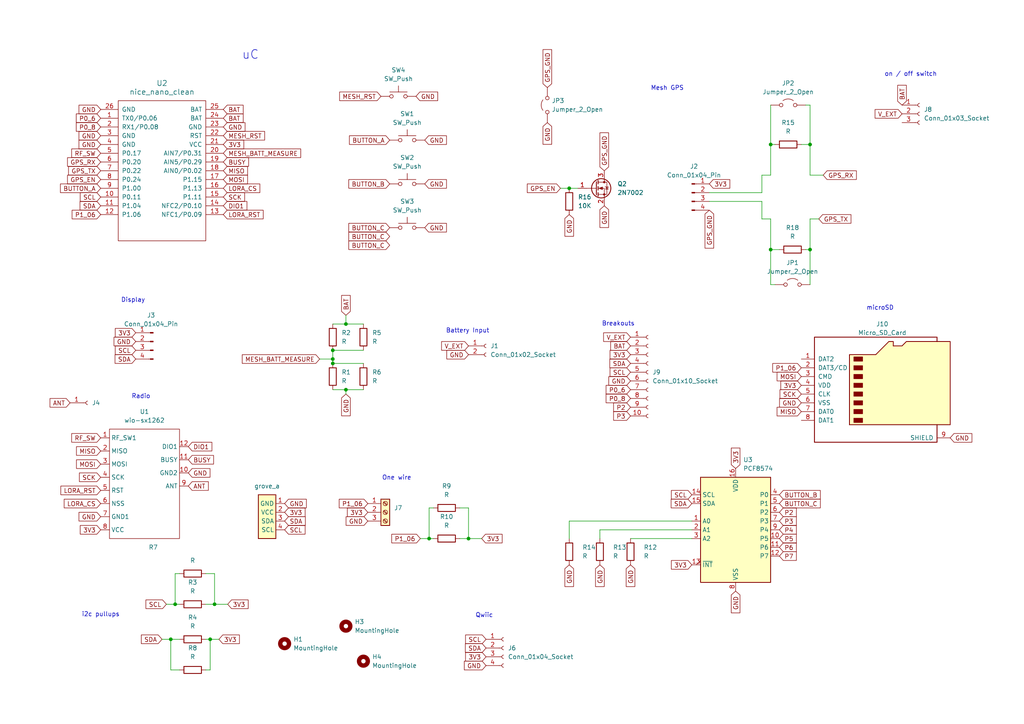
<source format=kicad_sch>
(kicad_sch (version 20231120) (generator "eeschema") (generator_version "8.0")
  (paper "A4")
  (lib_symbols
    (symbol "Connector:Conn_01x01_Socket" (pin_names (offset 1.016) hide)
      (property "Reference" "J" (at 0 2.54 0))
      (property "Value" "Conn_01x01_Socket" (at 0 -2.54 0))
      (symbol "Conn_01x01_Socket_1_1"
        (polyline (pts (xy -1.27 0) (xy -0.508 0)) (stroke (width 0.1524)))
        (arc (start 0 0.508) (mid -0.5058 0) (end 0 -0.508) (stroke (width 0.1524)))
        (pin passive line (at -5.08 0 0) (length 3.81) (name "Pin_1") (number "1"))
      )
    )
    (symbol "Connector:Conn_01x02_Socket" (pin_names (offset 1.016) hide)
      (property "Reference" "J" (at 0 2.54 0))
      (property "Value" "Conn_01x02_Socket" (at 0 -5.08 0))
      (symbol "Conn_01x02_Socket_1_1"
        (arc (start 0 -2.032) (mid -0.5058 -2.54) (end 0 -3.048) (stroke (width 0.1524)))
        (polyline (pts (xy -1.27 -2.54) (xy -0.508 -2.54)) (stroke (width 0.1524)))
        (polyline (pts (xy -1.27 0) (xy -0.508 0)) (stroke (width 0.1524)))
        (arc (start 0 0.508) (mid -0.5058 0) (end 0 -0.508) (stroke (width 0.1524)))
        (pin passive line (at -5.08 0 0) (length 3.81) (name "Pin_1") (number "1"))
        (pin passive line (at -5.08 -2.54 0) (length 3.81) (name "Pin_2") (number "2"))
      )
    )
    (symbol "Connector:Conn_01x03_Socket" (pin_names (offset 1.016) hide)
      (property "Reference" "J" (at 0 5.08 0))
      (property "Value" "Conn_01x03_Socket" (at 0 -5.08 0))
      (symbol "Conn_01x03_Socket_1_1"
        (arc (start 0 -2.032) (mid -0.5058 -2.54) (end 0 -3.048) (stroke (width 0.1524)))
        (polyline (pts (xy -1.27 -2.54) (xy -0.508 -2.54)) (stroke (width 0.1524)))
        (polyline (pts (xy -1.27 0) (xy -0.508 0)) (stroke (width 0.1524)))
        (polyline (pts (xy -1.27 2.54) (xy -0.508 2.54)) (stroke (width 0.1524)))
        (arc (start 0 0.508) (mid -0.5058 0) (end 0 -0.508) (stroke (width 0.1524)))
        (arc (start 0 3.048) (mid -0.5058 2.54) (end 0 2.032) (stroke (width 0.1524)))
        (pin passive line (at -5.08 2.54 0) (length 3.81) (name "Pin_1") (number "1"))
        (pin passive line (at -5.08 0 0) (length 3.81) (name "Pin_2") (number "2"))
        (pin passive line (at -5.08 -2.54 0) (length 3.81) (name "Pin_3") (number "3"))
      )
    )
    (symbol "Connector:Conn_01x04_Pin" (pin_names (offset 1.016) hide)
      (property "Reference" "J" (at 0 5.08 0))
      (property "Value" "Conn_01x04_Pin" (at 0 -7.62 0))
      (symbol "Conn_01x04_Pin_1_1"
        (polyline (pts (xy 1.27 -5.08) (xy 0.8636 -5.08)) (stroke (width 0.1524)))
        (polyline (pts (xy 1.27 -2.54) (xy 0.8636 -2.54)) (stroke (width 0.1524)))
        (polyline (pts (xy 1.27 0) (xy 0.8636 0)) (stroke (width 0.1524)))
        (polyline (pts (xy 1.27 2.54) (xy 0.8636 2.54)) (stroke (width 0.1524)))
        (rectangle (start 0.8636 -4.953) (end 0 -5.207) (stroke (width 0.1524)) (fill (type outline)))
        (rectangle (start 0.8636 -2.413) (end 0 -2.667) (stroke (width 0.1524)) (fill (type outline)))
        (rectangle (start 0.8636 0.127) (end 0 -0.127) (stroke (width 0.1524)) (fill (type outline)))
        (rectangle (start 0.8636 2.667) (end 0 2.413) (stroke (width 0.1524)) (fill (type outline)))
        (pin passive line (at 5.08 2.54 180) (length 3.81) (name "Pin_1") (number "1"))
        (pin passive line (at 5.08 0 180) (length 3.81) (name "Pin_2") (number "2"))
        (pin passive line (at 5.08 -2.54 180) (length 3.81) (name "Pin_3") (number "3"))
        (pin passive line (at 5.08 -5.08 180) (length 3.81) (name "Pin_4") (number "4"))
      )
    )
    (symbol "Connector:Conn_01x04_Socket" (pin_names (offset 1.016) hide)
      (property "Reference" "J" (at 0 5.08 0))
      (property "Value" "Conn_01x04_Socket" (at 0 -7.62 0))
      (symbol "Conn_01x04_Socket_1_1"
        (arc (start 0 -4.572) (mid -0.5058 -5.08) (end 0 -5.588) (stroke (width 0.1524)))
        (arc (start 0 -2.032) (mid -0.5058 -2.54) (end 0 -3.048) (stroke (width 0.1524)))
        (polyline (pts (xy -1.27 -5.08) (xy -0.508 -5.08)) (stroke (width 0.1524)))
        (polyline (pts (xy -1.27 -2.54) (xy -0.508 -2.54)) (stroke (width 0.1524)))
        (polyline (pts (xy -1.27 0) (xy -0.508 0)) (stroke (width 0.1524)))
        (polyline (pts (xy -1.27 2.54) (xy -0.508 2.54)) (stroke (width 0.1524)))
        (arc (start 0 0.508) (mid -0.5058 0) (end 0 -0.508) (stroke (width 0.1524)))
        (arc (start 0 3.048) (mid -0.5058 2.54) (end 0 2.032) (stroke (width 0.1524)))
        (pin passive line (at -5.08 2.54 0) (length 3.81) (name "Pin_1") (number "1"))
        (pin passive line (at -5.08 0 0) (length 3.81) (name "Pin_2") (number "2"))
        (pin passive line (at -5.08 -2.54 0) (length 3.81) (name "Pin_3") (number "3"))
        (pin passive line (at -5.08 -5.08 0) (length 3.81) (name "Pin_4") (number "4"))
      )
    )
    (symbol "Connector:Conn_01x10_Socket" (pin_names (offset 1.016) hide)
      (property "Reference" "J" (at 0 12.7 0))
      (property "Value" "Conn_01x10_Socket" (at 0 -15.24 0))
      (symbol "Conn_01x10_Socket_1_1"
        (arc (start 0 -12.192) (mid -0.5058 -12.7) (end 0 -13.208) (stroke (width 0.1524)))
        (arc (start 0 -9.652) (mid -0.5058 -10.16) (end 0 -10.668) (stroke (width 0.1524)))
        (arc (start 0 -7.112) (mid -0.5058 -7.62) (end 0 -8.128) (stroke (width 0.1524)))
        (arc (start 0 -4.572) (mid -0.5058 -5.08) (end 0 -5.588) (stroke (width 0.1524)))
        (arc (start 0 -2.032) (mid -0.5058 -2.54) (end 0 -3.048) (stroke (width 0.1524)))
        (polyline (pts (xy -1.27 -12.7) (xy -0.508 -12.7)) (stroke (width 0.1524)))
        (polyline (pts (xy -1.27 -10.16) (xy -0.508 -10.16)) (stroke (width 0.1524)))
        (polyline (pts (xy -1.27 -7.62) (xy -0.508 -7.62)) (stroke (width 0.1524)))
        (polyline (pts (xy -1.27 -5.08) (xy -0.508 -5.08)) (stroke (width 0.1524)))
        (polyline (pts (xy -1.27 -2.54) (xy -0.508 -2.54)) (stroke (width 0.1524)))
        (polyline (pts (xy -1.27 0) (xy -0.508 0)) (stroke (width 0.1524)))
        (polyline (pts (xy -1.27 2.54) (xy -0.508 2.54)) (stroke (width 0.1524)))
        (polyline (pts (xy -1.27 5.08) (xy -0.508 5.08)) (stroke (width 0.1524)))
        (polyline (pts (xy -1.27 7.62) (xy -0.508 7.62)) (stroke (width 0.1524)))
        (polyline (pts (xy -1.27 10.16) (xy -0.508 10.16)) (stroke (width 0.1524)))
        (arc (start 0 0.508) (mid -0.5058 0) (end 0 -0.508) (stroke (width 0.1524)))
        (arc (start 0 3.048) (mid -0.5058 2.54) (end 0 2.032) (stroke (width 0.1524)))
        (arc (start 0 5.588) (mid -0.5058 5.08) (end 0 4.572) (stroke (width 0.1524)))
        (arc (start 0 8.128) (mid -0.5058 7.62) (end 0 7.112) (stroke (width 0.1524)))
        (arc (start 0 10.668) (mid -0.5058 10.16) (end 0 9.652) (stroke (width 0.1524)))
        (pin passive line (at -5.08 10.16 0) (length 3.81) (name "Pin_1") (number "1"))
        (pin passive line (at -5.08 -12.7 0) (length 3.81) (name "Pin_10") (number "10"))
        (pin passive line (at -5.08 7.62 0) (length 3.81) (name "Pin_2") (number "2"))
        (pin passive line (at -5.08 5.08 0) (length 3.81) (name "Pin_3") (number "3"))
        (pin passive line (at -5.08 2.54 0) (length 3.81) (name "Pin_4") (number "4"))
        (pin passive line (at -5.08 0 0) (length 3.81) (name "Pin_5") (number "5"))
        (pin passive line (at -5.08 -2.54 0) (length 3.81) (name "Pin_6") (number "6"))
        (pin passive line (at -5.08 -5.08 0) (length 3.81) (name "Pin_7") (number "7"))
        (pin passive line (at -5.08 -7.62 0) (length 3.81) (name "Pin_8") (number "8"))
        (pin passive line (at -5.08 -10.16 0) (length 3.81) (name "Pin_9") (number "9"))
      )
    )
    (symbol "Connector:Micro_SD_Card" (pin_names (offset 1.016))
      (property "Reference" "J" (at -16.51 15.24 0))
      (property "Value" "Micro_SD_Card" (at 16.51 15.24 0))
      (symbol "Micro_SD_Card_0_1"
        (rectangle (start -7.62 -9.525) (end -5.08 -10.795) (fill (type outline)))
        (rectangle (start -7.62 -6.985) (end -5.08 -8.255) (fill (type outline)))
        (rectangle (start -7.62 -4.445) (end -5.08 -5.715) (fill (type outline)))
        (rectangle (start -7.62 -1.905) (end -5.08 -3.175) (fill (type outline)))
        (rectangle (start -7.62 0.635) (end -5.08 -0.635) (fill (type outline)))
        (rectangle (start -7.62 3.175) (end -5.08 1.905) (fill (type outline)))
        (rectangle (start -7.62 5.715) (end -5.08 4.445) (fill (type outline)))
        (rectangle (start -7.62 8.255) (end -5.08 6.985) (fill (type outline)))
        (polyline (pts (xy 16.51 12.7) (xy 16.51 13.97) (xy -19.05 13.97) (xy -19.05 -16.51) (xy 16.51 -16.51) (xy 16.51 -11.43)) (stroke (width 0.254)))
        (polyline (pts (xy -8.89 -11.43) (xy -8.89 8.89) (xy -1.27 8.89) (xy 2.54 12.7) (xy 3.81 12.7) (xy 3.81 11.43) (xy 6.35 11.43) (xy 7.62 12.7) (xy 20.32 12.7) (xy 20.32 -11.43) (xy -8.89 -11.43)) (stroke (width 0.254)) (fill (type background)))
      )
      (symbol "Micro_SD_Card_1_1"
        (pin bidirectional line (at -22.86 7.62 0) (length 3.81) (name "DAT2") (number "1"))
        (pin bidirectional line (at -22.86 5.08 0) (length 3.81) (name "DAT3/CD") (number "2"))
        (pin input line (at -22.86 2.54 0) (length 3.81) (name "CMD") (number "3"))
        (pin power_in line (at -22.86 0 0) (length 3.81) (name "VDD") (number "4"))
        (pin input line (at -22.86 -2.54 0) (length 3.81) (name "CLK") (number "5"))
        (pin power_in line (at -22.86 -5.08 0) (length 3.81) (name "VSS") (number "6"))
        (pin bidirectional line (at -22.86 -7.62 0) (length 3.81) (name "DAT0") (number "7"))
        (pin bidirectional line (at -22.86 -10.16 0) (length 3.81) (name "DAT1") (number "8"))
        (pin passive line (at 20.32 -15.24 180) (length 3.81) (name "SHIELD") (number "9"))
      )
    )
    (symbol "Connector:Screw_Terminal_01x03" (pin_names (offset 1.016) hide)
      (property "Reference" "J" (at 0 5.08 0))
      (property "Value" "Screw_Terminal_01x03" (at 0 -5.08 0))
      (symbol "Screw_Terminal_01x03_1_1"
        (rectangle (start -1.27 3.81) (end 1.27 -3.81) (stroke (width 0.254)) (fill (type background)))
        (circle (center 0 -2.54) (radius 0.635) (stroke (width 0.1524)))
        (polyline (pts (xy -0.5334 -2.2098) (xy 0.3302 -3.048)) (stroke (width 0.1524)))
        (polyline (pts (xy -0.5334 0.3302) (xy 0.3302 -0.508)) (stroke (width 0.1524)))
        (polyline (pts (xy -0.5334 2.8702) (xy 0.3302 2.032)) (stroke (width 0.1524)))
        (polyline (pts (xy -0.3556 -2.032) (xy 0.508 -2.8702)) (stroke (width 0.1524)))
        (polyline (pts (xy -0.3556 0.508) (xy 0.508 -0.3302)) (stroke (width 0.1524)))
        (polyline (pts (xy -0.3556 3.048) (xy 0.508 2.2098)) (stroke (width 0.1524)))
        (circle (center 0 0) (radius 0.635) (stroke (width 0.1524)))
        (circle (center 0 2.54) (radius 0.635) (stroke (width 0.1524)))
        (pin passive line (at -5.08 2.54 0) (length 3.81) (name "Pin_1") (number "1"))
        (pin passive line (at -5.08 0 0) (length 3.81) (name "Pin_2") (number "2"))
        (pin passive line (at -5.08 -2.54 0) (length 3.81) (name "Pin_3") (number "3"))
      )
    )
    (symbol "Device:R" (pin_numbers hide) (pin_names (offset 0))
      (property "Reference" "R" (at 2.032 0 90))
      (property "Value" "R" (at 0 0 90))
      (symbol "R_0_1"
        (rectangle (start -1.016 -2.54) (end 1.016 2.54) (stroke (width 0.254)))
      )
      (symbol "R_1_1"
        (pin passive line (at 0 3.81 270) (length 1.27) (name "~") (number "1"))
        (pin passive line (at 0 -3.81 90) (length 1.27) (name "~") (number "2"))
      )
    )
    (symbol "Interface_Expansion:PCF8574"
      (property "Reference" "U" (at -8.89 16.51 0))
      (property "Value" "PCF8574" (at 2.54 16.51 0))
      (symbol "PCF8574_0_1"
        (rectangle (start -10.16 15.24) (end 10.16 -15.24) (stroke (width 0.254)) (fill (type background)))
      )
      (symbol "PCF8574_1_1"
        (pin input line (at -12.7 2.54 0) (length 2.54) (name "A0") (number "1"))
        (pin bidirectional line (at 12.7 -2.54 180) (length 2.54) (name "P5") (number "10"))
        (pin bidirectional line (at 12.7 -5.08 180) (length 2.54) (name "P6") (number "11"))
        (pin bidirectional line (at 12.7 -7.62 180) (length 2.54) (name "P7") (number "12"))
        (pin open_collector output_low (at -12.7 -10.16 0) (length 2.54) (name "~{INT}") (number "13"))
        (pin input line (at -12.7 10.16 0) (length 2.54) (name "SCL") (number "14"))
        (pin bidirectional line (at -12.7 7.62 0) (length 2.54) (name "SDA") (number "15"))
        (pin power_in line (at 0 17.78 270) (length 2.54) (name "VDD") (number "16"))
        (pin input line (at -12.7 0 0) (length 2.54) (name "A1") (number "2"))
        (pin input line (at -12.7 -2.54 0) (length 2.54) (name "A2") (number "3"))
        (pin bidirectional line (at 12.7 10.16 180) (length 2.54) (name "P0") (number "4"))
        (pin bidirectional line (at 12.7 7.62 180) (length 2.54) (name "P1") (number "5"))
        (pin bidirectional line (at 12.7 5.08 180) (length 2.54) (name "P2") (number "6"))
        (pin bidirectional line (at 12.7 2.54 180) (length 2.54) (name "P3") (number "7"))
        (pin power_in line (at 0 -17.78 90) (length 2.54) (name "VSS") (number "8"))
        (pin bidirectional line (at 12.7 0 180) (length 2.54) (name "P4") (number "9"))
      )
    )
    (symbol "Jumper:Jumper_2_Open" (pin_numbers hide) (pin_names (offset 0) hide) (exclude_from_sim yes)
      (property "Reference" "JP" (at 0 2.794 0))
      (property "Value" "Jumper_2_Open" (at 0 -2.286 0))
      (symbol "Jumper_2_Open_0_0"
        (circle (center -2.032 0) (radius 0.508))
        (circle (center 2.032 0) (radius 0.508))
      )
      (symbol "Jumper_2_Open_0_1"
        (arc (start 1.524 1.27) (mid 0 1.778) (end -1.524 1.27))
      )
      (symbol "Jumper_2_Open_1_1"
        (pin passive line (at -5.08 0 0) (length 2.54) (name "A") (number "1"))
        (pin passive line (at 5.08 0 180) (length 2.54) (name "B") (number "2"))
      )
    )
    (symbol "Mechanical:MountingHole" (pin_names (offset 1.016)) (exclude_from_sim yes) (in_bom no)
      (property "Reference" "H" (at 0 5.08 0))
      (property "Value" "MountingHole" (at 0 3.175 0))
      (symbol "MountingHole_0_1"
        (circle (center 0 0) (radius 1.27) (stroke (width 1.27)))
      )
    )
    (symbol "Switch:SW_Push" (pin_numbers hide) (pin_names (offset 1.016) hide)
      (property "Reference" "SW" (at 1.27 2.54 0))
      (property "Value" "SW_Push" (at 0 -1.524 0))
      (symbol "SW_Push_0_1"
        (circle (center -2.032 0) (radius 0.508))
        (polyline (pts (xy 0 1.27) (xy 0 3.048)))
        (polyline (pts (xy 2.54 1.27) (xy -2.54 1.27)))
        (circle (center 2.032 0) (radius 0.508))
        (pin passive line (at -5.08 0 0) (length 2.54) (name "1") (number "1"))
        (pin passive line (at 5.08 0 180) (length 2.54) (name "2") (number "2"))
      )
    )
    (symbol "Transistor_FET:2N7002" (pin_names hide)
      (property "Reference" "Q" (at 5.08 1.905 0))
      (property "Value" "2N7002" (at 5.08 0 0))
      (symbol "2N7002_0_1"
        (polyline (pts (xy 0.254 0) (xy -2.54 0)))
        (polyline (pts (xy 0.254 1.905) (xy 0.254 -1.905)) (stroke (width 0.254)))
        (polyline (pts (xy 0.762 -1.27) (xy 0.762 -2.286)) (stroke (width 0.254)))
        (polyline (pts (xy 0.762 0.508) (xy 0.762 -0.508)) (stroke (width 0.254)))
        (polyline (pts (xy 0.762 2.286) (xy 0.762 1.27)) (stroke (width 0.254)))
        (polyline (pts (xy 2.54 2.54) (xy 2.54 1.778)))
        (polyline (pts (xy 2.54 -2.54) (xy 2.54 0) (xy 0.762 0)))
        (polyline (pts (xy 0.762 -1.778) (xy 3.302 -1.778) (xy 3.302 1.778) (xy 0.762 1.778)))
        (polyline (pts (xy 1.016 0) (xy 2.032 0.381) (xy 2.032 -0.381) (xy 1.016 0)) (fill (type outline)))
        (polyline (pts (xy 2.794 0.508) (xy 2.921 0.381) (xy 3.683 0.381) (xy 3.81 0.254)))
        (polyline (pts (xy 3.302 0.381) (xy 2.921 -0.254) (xy 3.683 -0.254) (xy 3.302 0.381)))
        (circle (center 1.651 0) (radius 2.794) (stroke (width 0.254)))
        (circle (center 2.54 -1.778) (radius 0.254) (fill (type outline)))
        (circle (center 2.54 1.778) (radius 0.254) (fill (type outline)))
      )
      (symbol "2N7002_1_1"
        (pin input line (at -5.08 0 0) (length 2.54) (name "G") (number "1"))
        (pin passive line (at 2.54 -5.08 90) (length 2.54) (name "S") (number "2"))
        (pin passive line (at 2.54 5.08 270) (length 2.54) (name "D") (number "3"))
      )
    )
    (symbol "lucc:grove_a"
      (property "Reference" "U" (at -10.16 10.16 0))
      (property "Value" "grove_a" (at -4.064 11.43 0))
      (symbol "grove_a_0_1"
        (rectangle (start -2.54 7.62) (end 2.54 -5.08) (stroke (width 0.254)) (fill (type background)))
      )
      (symbol "grove_a_1_1"
        (pin bidirectional line (at 5.08 5.08 180) (length 2.54) (name "GND") (number "1"))
        (pin output line (at 5.08 2.54 180) (length 2.54) (name "VCC") (number "2"))
        (pin input line (at 5.08 0 180) (length 2.54) (name "SDA") (number "3"))
        (pin bidirectional line (at 5.08 -2.54 180) (length 2.54) (name "SCL") (number "4"))
      )
    )
    (symbol "nice_nano:nice_nano_clean" (pin_names (offset 1.016))
      (property "Reference" "U" (at 0 0 0))
      (property "Value" "nice_nano_clean" (at 0 2.54 0))
      (symbol "nice_nano_clean_0_1"
        (rectangle (start -12.7 -21.59) (end 12.7 19.05))
      )
      (symbol "nice_nano_clean_1_1"
        (pin input line (at -17.78 13.97 0) (length 5.08) (name "TX0/P0.06") (number "1"))
        (pin input line (at -17.78 -8.89 0) (length 5.08) (name "P0.11") (number "10"))
        (pin input line (at -17.78 -11.43 0) (length 5.08) (name "P1.04") (number "11"))
        (pin input line (at -17.78 -13.97 0) (length 5.08) (name "P1.06") (number "12"))
        (pin input line (at 17.78 -13.97 180) (length 5.08) (name "NFC1/P0.09") (number "13"))
        (pin input line (at 17.78 -11.43 180) (length 5.08) (name "NFC2/P0.10") (number "14"))
        (pin input line (at 17.78 -8.89 180) (length 5.08) (name "P1.11") (number "15"))
        (pin input line (at 17.78 -6.35 180) (length 5.08) (name "P1.13") (number "16"))
        (pin input line (at 17.78 -3.81 180) (length 5.08) (name "P1.15") (number "17"))
        (pin input line (at 17.78 -1.27 180) (length 5.08) (name "AIN0/P0.02") (number "18"))
        (pin input line (at 17.78 1.27 180) (length 5.08) (name "AIN5/P0.29") (number "19"))
        (pin input line (at -17.78 11.43 0) (length 5.08) (name "RX1/P0.08") (number "2"))
        (pin input line (at 17.78 3.81 180) (length 5.08) (name "AIN7/P0.31") (number "20"))
        (pin input line (at 17.78 6.35 180) (length 5.08) (name "VCC") (number "21"))
        (pin input line (at 17.78 8.89 180) (length 5.08) (name "RST") (number "22"))
        (pin input line (at 17.78 11.43 180) (length 5.08) (name "GND") (number "23"))
        (pin input line (at 17.78 13.97 180) (length 5.08) (name "BAT") (number "24"))
        (pin input line (at 17.78 16.51 180) (length 5.08) (name "BAT") (number "25"))
        (pin input line (at -17.78 16.51 0) (length 5.08) (name "GND") (number "26"))
        (pin input line (at -17.78 8.89 0) (length 5.08) (name "GND") (number "3"))
        (pin input line (at -17.78 6.35 0) (length 5.08) (name "GND") (number "4"))
        (pin input line (at -17.78 3.81 0) (length 5.08) (name "P0.17") (number "5"))
        (pin input line (at -17.78 1.27 0) (length 5.08) (name "P0.20") (number "6"))
        (pin input line (at -17.78 -1.27 0) (length 5.08) (name "P0.22") (number "7"))
        (pin input line (at -17.78 -3.81 0) (length 5.08) (name "P0.24") (number "8"))
        (pin input line (at -17.78 -6.35 0) (length 5.08) (name "P1.00") (number "9"))
      )
    )
    (symbol "sweet-p:wio-sx1262"
      (property "Reference" "U" (at -1.27 13.97 0))
      (property "Value" "wio-sx1262" (at -1.27 11.43 0))
      (symbol "wio-sx1262_0_1"
        (rectangle (start -6.35 8.89) (end 13.97 -22.86))
      )
      (symbol "wio-sx1262_1_1"
        (pin input line (at -8.89 6.35 0) (length 2.54) (name "RF_SW1") (number "1"))
        (pin input line (at 16.51 -3.81 180) (length 2.54) (name "GND2") (number "10"))
        (pin input line (at 16.51 0 180) (length 2.54) (name "BUSY") (number "11"))
        (pin input line (at 16.51 3.81 180) (length 2.54) (name "DIO1") (number "12"))
        (pin input line (at -8.89 2.54 0) (length 2.54) (name "MISO") (number "2"))
        (pin input line (at -8.89 -1.27 0) (length 2.54) (name "MOSI") (number "3"))
        (pin input line (at -8.89 -5.08 0) (length 2.54) (name "SCK") (number "4"))
        (pin input line (at -8.89 -8.89 0) (length 2.54) (name "RST") (number "5"))
        (pin input line (at -8.89 -12.7 0) (length 2.54) (name "NSS") (number "6"))
        (pin input line (at -8.89 -16.51 0) (length 2.54) (name "GND1") (number "7"))
        (pin input line (at -8.89 -20.32 0) (length 2.54) (name "VCC") (number "8"))
        (pin input line (at 16.51 -7.62 180) (length 2.54) (name "ANT") (number "9"))
      )
    )
  )
  (junction (at 49.53 185.42))
  (junction (at 60.96 185.42))
  (junction (at 124.46 156.21))
  (junction (at 50.8 175.26))
  (junction (at 100.33 93.98))
  (junction (at 62.23 175.26))
  (junction (at 223.52 72.39))
  (junction (at 165.1 54.61))
  (junction (at 135.89 156.21))
  (junction (at 96.52 105.41))
  (junction (at 234.95 41.91))
  (junction (at 223.52 41.91))
  (junction (at 234.95 72.39))
  (junction (at 100.33 113.03))
  (junction (at 96.52 101.6))
  (junction (at 96.52 104.14))
  (wire (pts (xy 59.69 175.26) (xy 62.23 175.26)))
  (wire (pts (xy 224.79 41.91) (xy 223.52 41.91)))
  (wire (pts (xy 121.92 156.21) (xy 124.46 156.21)))
  (wire (pts (xy 100.33 91.44) (xy 100.33 93.98)))
  (wire (pts (xy 46.99 185.42) (xy 49.53 185.42)))
  (wire (pts (xy 165.1 54.61) (xy 167.64 54.61)))
  (wire (pts (xy 96.52 105.41) (xy 105.41 105.41)))
  (wire (pts (xy 220.98 63.5) (xy 223.52 63.5)))
  (wire (pts (xy 96.52 104.14) (xy 96.52 105.41)))
  (wire (pts (xy 49.53 194.31) (xy 52.07 194.31)))
  (wire (pts (xy 234.95 63.5) (xy 237.49 63.5)))
  (wire (pts (xy 182.88 156.21) (xy 200.66 156.21)))
  (wire (pts (xy 220.98 50.8) (xy 223.52 50.8)))
  (wire (pts (xy 234.95 72.39) (xy 234.95 82.55)))
  (wire (pts (xy 220.98 58.42) (xy 220.98 63.5)))
  (wire (pts (xy 223.52 72.39) (xy 226.06 72.39)))
  (wire (pts (xy 59.69 194.31) (xy 60.96 194.31)))
  (wire (pts (xy 223.52 72.39) (xy 223.52 82.55)))
  (wire (pts (xy 223.52 30.48) (xy 223.52 41.91)))
  (wire (pts (xy 49.53 185.42) (xy 49.53 194.31)))
  (wire (pts (xy 223.52 41.91) (xy 223.52 50.8)))
  (wire (pts (xy 92.71 104.14) (xy 96.52 104.14)))
  (wire (pts (xy 50.8 175.26) (xy 52.07 175.26)))
  (wire (pts (xy 48.26 175.26) (xy 50.8 175.26)))
  (wire (pts (xy 59.69 166.37) (xy 62.23 166.37)))
  (wire (pts (xy 232.41 41.91) (xy 234.95 41.91)))
  (wire (pts (xy 223.52 63.5) (xy 223.52 72.39)))
  (wire (pts (xy 62.23 175.26) (xy 66.04 175.26)))
  (wire (pts (xy 162.56 54.61) (xy 165.1 54.61)))
  (wire (pts (xy 124.46 147.32) (xy 124.46 156.21)))
  (wire (pts (xy 165.1 151.13) (xy 165.1 156.21)))
  (wire (pts (xy 200.66 151.13) (xy 165.1 151.13)))
  (wire (pts (xy 62.23 166.37) (xy 62.23 175.26)))
  (wire (pts (xy 124.46 156.21) (xy 125.73 156.21)))
  (wire (pts (xy 234.95 50.8) (xy 238.76 50.8)))
  (wire (pts (xy 60.96 194.31) (xy 60.96 185.42)))
  (wire (pts (xy 60.96 185.42) (xy 63.5 185.42)))
  (wire (pts (xy 234.95 72.39) (xy 234.95 63.5)))
  (wire (pts (xy 234.95 41.91) (xy 234.95 50.8)))
  (wire (pts (xy 50.8 166.37) (xy 50.8 175.26)))
  (wire (pts (xy 133.35 156.21) (xy 135.89 156.21)))
  (wire (pts (xy 59.69 185.42) (xy 60.96 185.42)))
  (wire (pts (xy 234.95 41.91) (xy 234.95 30.48)))
  (wire (pts (xy 234.95 30.48) (xy 233.68 30.48)))
  (wire (pts (xy 96.52 93.98) (xy 100.33 93.98)))
  (wire (pts (xy 205.74 55.88) (xy 220.98 55.88)))
  (wire (pts (xy 100.33 93.98) (xy 105.41 93.98)))
  (wire (pts (xy 200.66 153.67) (xy 173.99 153.67)))
  (wire (pts (xy 100.33 113.03) (xy 105.41 113.03)))
  (wire (pts (xy 133.35 147.32) (xy 135.89 147.32)))
  (wire (pts (xy 100.33 113.03) (xy 100.33 114.3)))
  (wire (pts (xy 220.98 55.88) (xy 220.98 50.8)))
  (wire (pts (xy 173.99 153.67) (xy 173.99 156.21)))
  (wire (pts (xy 125.73 147.32) (xy 124.46 147.32)))
  (wire (pts (xy 96.52 101.6) (xy 96.52 104.14)))
  (wire (pts (xy 52.07 166.37) (xy 50.8 166.37)))
  (wire (pts (xy 49.53 185.42) (xy 52.07 185.42)))
  (wire (pts (xy 233.68 72.39) (xy 234.95 72.39)))
  (wire (pts (xy 96.52 101.6) (xy 105.41 101.6)))
  (wire (pts (xy 96.52 113.03) (xy 100.33 113.03)))
  (wire (pts (xy 223.52 82.55) (xy 224.79 82.55)))
  (wire (pts (xy 135.89 156.21) (xy 139.7 156.21)))
  (wire (pts (xy 135.89 147.32) (xy 135.89 156.21)))
  (wire (pts (xy 205.74 58.42) (xy 220.98 58.42)))
  (text "microSD" (at 255.27 89.408 0) (effects (font (size 1.27 1.27))))
  (text "Mesh GPS" (at 193.548 25.654 0) (effects (font (size 1.27 1.27))))
  (text "uC" (at 72.644 16.002 0) (effects (font (size 2.54 2.54))))
  (text "on / off switch" (at 264.16 21.59 0) (effects (font (size 1.27 1.27))))
  (text "One wire" (at 115.062 138.684 0) (effects (font (size 1.27 1.27))))
  (text "Breakouts" (at 179.324 93.98 0) (effects (font (size 1.27 1.27))))
  (text "i2c pullups" (at 29.21 178.308 0) (effects (font (size 1.27 1.27))))
  (text "Display" (at 38.608 87.122 0) (effects (font (size 1.27 1.27))))
  (text "Radio" (at 40.894 115.062 0) (effects (font (size 1.27 1.27))))
  (text "Battery Input" (at 135.636 96.012 0) (effects (font (size 1.27 1.27))))
  (text "Qwiic" (at 140.462 178.562 0) (effects (font (size 1.27 1.27))))
  (global_label "GND" (shape input) (at 123.19 40.64 0) (property "Intersheetrefs" "${INTERSHEET_REFS}" (effects (hide yes))))
  (global_label "GPS_RX" (shape input) (at 29.21 46.99 180) (property "Intersheetrefs" "${INTERSHEET_REFS}" (effects (hide yes))))
  (global_label "GND" (shape input) (at 82.55 146.05 0) (property "Intersheetrefs" "${INTERSHEET_REFS}" (effects (hide yes))))
  (global_label "SDA" (shape input) (at 39.37 104.14 180) (property "Intersheetrefs" "${INTERSHEET_REFS}" (effects (hide yes))))
  (global_label "GND" (shape input) (at 135.89 102.87 180) (property "Intersheetrefs" "${INTERSHEET_REFS}" (effects (hide yes))))
  (global_label "P1_06" (shape input) (at 29.21 62.23 180) (property "Intersheetrefs" "${INTERSHEET_REFS}" (effects (hide yes))))
  (global_label "GND" (shape input) (at 29.21 39.37 180) (property "Intersheetrefs" "${INTERSHEET_REFS}" (effects (hide yes))))
  (global_label "GND" (shape input) (at 165.1 62.23 270) (property "Intersheetrefs" "${INTERSHEET_REFS}" (effects (hide yes))))
  (global_label "MESH_RST" (shape input) (at 110.49 27.94 180) (property "Intersheetrefs" "${INTERSHEET_REFS}" (effects (hide yes))))
  (global_label "BAT" (shape input) (at 261.62 30.48 90) (property "Intersheetrefs" "${INTERSHEET_REFS}" (effects (hide yes))))
  (global_label "P0_8" (shape input) (at 182.88 115.57 180) (property "Intersheetrefs" "${INTERSHEET_REFS}" (effects (hide yes))))
  (global_label "GND" (shape input) (at 120.65 27.94 0) (property "Intersheetrefs" "${INTERSHEET_REFS}" (effects (hide yes))))
  (global_label "ANT" (shape input) (at 20.32 116.84 180) (property "Intersheetrefs" "${INTERSHEET_REFS}" (effects (hide yes))))
  (global_label "GPS_GND" (shape input) (at 175.26 49.53 90) (property "Intersheetrefs" "${INTERSHEET_REFS}" (effects (hide yes))))
  (global_label "P0_6" (shape input) (at 182.88 113.03 180) (property "Intersheetrefs" "${INTERSHEET_REFS}" (effects (hide yes))))
  (global_label "GND" (shape input) (at 182.88 110.49 180) (property "Intersheetrefs" "${INTERSHEET_REFS}" (effects (hide yes))))
  (global_label "BUSY" (shape input) (at 64.77 46.99 0) (property "Intersheetrefs" "${INTERSHEET_REFS}" (effects (hide yes))))
  (global_label "GPS_RX" (shape input) (at 238.76 50.8 0) (property "Intersheetrefs" "${INTERSHEET_REFS}" (effects (hide yes))))
  (global_label "P2" (shape input) (at 226.06 148.59 0) (property "Intersheetrefs" "${INTERSHEET_REFS}" (effects (hide yes))))
  (global_label "GPS_TX" (shape input) (at 237.49 63.5 0) (property "Intersheetrefs" "${INTERSHEET_REFS}" (effects (hide yes))))
  (global_label "GND" (shape input) (at 173.99 163.83 270) (property "Intersheetrefs" "${INTERSHEET_REFS}" (effects (hide yes))))
  (global_label "RF_SW" (shape input) (at 29.21 127 180) (property "Intersheetrefs" "${INTERSHEET_REFS}" (effects (hide yes))))
  (global_label "GND" (shape input) (at 106.68 151.13 180) (property "Intersheetrefs" "${INTERSHEET_REFS}" (effects (hide yes))))
  (global_label "P1_06" (shape input) (at 121.92 156.21 180) (property "Intersheetrefs" "${INTERSHEET_REFS}" (effects (hide yes))))
  (global_label "GND" (shape input) (at 232.41 116.84 180) (property "Intersheetrefs" "${INTERSHEET_REFS}" (effects (hide yes))))
  (global_label "BUSY" (shape input) (at 54.61 133.35 0) (property "Intersheetrefs" "${INTERSHEET_REFS}" (effects (hide yes))))
  (global_label "SCL" (shape input) (at 39.37 101.6 180) (property "Intersheetrefs" "${INTERSHEET_REFS}" (effects (hide yes))))
  (global_label "GND" (shape input) (at 29.21 41.91 180) (property "Intersheetrefs" "${INTERSHEET_REFS}" (effects (hide yes))))
  (global_label "MISO" (shape input) (at 232.41 119.38 180) (property "Intersheetrefs" "${INTERSHEET_REFS}" (effects (hide yes))))
  (global_label "3V3" (shape input) (at 205.74 53.34 0) (property "Intersheetrefs" "${INTERSHEET_REFS}" (effects (hide yes))))
  (global_label "RF_SW" (shape input) (at 29.21 44.45 180) (property "Intersheetrefs" "${INTERSHEET_REFS}" (effects (hide yes))))
  (global_label "ANT" (shape input) (at 54.61 140.97 0) (property "Intersheetrefs" "${INTERSHEET_REFS}" (effects (hide yes))))
  (global_label "LORA_RST" (shape input) (at 29.21 142.24 180) (property "Intersheetrefs" "${INTERSHEET_REFS}" (effects (hide yes))))
  (global_label "GND" (shape input) (at 64.77 36.83 0) (property "Intersheetrefs" "${INTERSHEET_REFS}" (effects (hide yes))))
  (global_label "3V3" (shape input) (at 29.21 153.67 180) (property "Intersheetrefs" "${INTERSHEET_REFS}" (effects (hide yes))))
  (global_label "SDA" (shape input) (at 29.21 59.69 180) (property "Intersheetrefs" "${INTERSHEET_REFS}" (effects (hide yes))))
  (global_label "BUTTON_C" (shape input) (at 226.06 146.05 0) (property "Intersheetrefs" "${INTERSHEET_REFS}" (effects (hide yes))))
  (global_label "3V3" (shape input) (at 39.37 96.52 180) (property "Intersheetrefs" "${INTERSHEET_REFS}" (effects (hide yes))))
  (global_label "BAT" (shape input) (at 64.77 34.29 0) (property "Intersheetrefs" "${INTERSHEET_REFS}" (effects (hide yes))))
  (global_label "3V3" (shape input) (at 140.97 190.5 180) (property "Intersheetrefs" "${INTERSHEET_REFS}" (effects (hide yes))))
  (global_label "BUTTON_B" (shape input) (at 226.06 143.51 0) (property "Intersheetrefs" "${INTERSHEET_REFS}" (effects (hide yes))))
  (global_label "SCL" (shape input) (at 82.55 153.67 0) (property "Intersheetrefs" "${INTERSHEET_REFS}" (effects (hide yes))))
  (global_label "SCL" (shape input) (at 140.97 185.42 180) (property "Intersheetrefs" "${INTERSHEET_REFS}" (effects (hide yes))))
  (global_label "GND" (shape input) (at 29.21 149.86 180) (property "Intersheetrefs" "${INTERSHEET_REFS}" (effects (hide yes))))
  (global_label "P0_8" (shape input) (at 29.21 36.83 180) (property "Intersheetrefs" "${INTERSHEET_REFS}" (effects (hide yes))))
  (global_label "MOSI" (shape input) (at 29.21 134.62 180) (property "Intersheetrefs" "${INTERSHEET_REFS}" (effects (hide yes))))
  (global_label "MESH_RST" (shape input) (at 64.77 39.37 0) (property "Intersheetrefs" "${INTERSHEET_REFS}" (effects (hide yes))))
  (global_label "SCL" (shape input) (at 182.88 107.95 180) (property "Intersheetrefs" "${INTERSHEET_REFS}" (effects (hide yes))))
  (global_label "MOSI" (shape input) (at 64.77 52.07 0) (property "Intersheetrefs" "${INTERSHEET_REFS}" (effects (hide yes))))
  (global_label "SDA" (shape input) (at 182.88 105.41 180) (property "Intersheetrefs" "${INTERSHEET_REFS}" (effects (hide yes))))
  (global_label "LORA_CS" (shape input) (at 64.77 54.61 0) (property "Intersheetrefs" "${INTERSHEET_REFS}" (effects (hide yes))))
  (global_label "SDA" (shape input) (at 82.55 151.13 0) (property "Intersheetrefs" "${INTERSHEET_REFS}" (effects (hide yes))))
  (global_label "GND" (shape input) (at 275.59 127 0) (property "Intersheetrefs" "${INTERSHEET_REFS}" (effects (hide yes))))
  (global_label "P5" (shape input) (at 226.06 156.21 0) (property "Intersheetrefs" "${INTERSHEET_REFS}" (effects (hide yes))))
  (global_label "GND" (shape input) (at 39.37 99.06 180) (property "Intersheetrefs" "${INTERSHEET_REFS}" (effects (hide yes))))
  (global_label "GND" (shape input) (at 123.19 66.04 0) (property "Intersheetrefs" "${INTERSHEET_REFS}" (effects (hide yes))))
  (global_label "V_EXT" (shape input) (at 261.62 33.02 180) (property "Intersheetrefs" "${INTERSHEET_REFS}" (effects (hide yes))))
  (global_label "P3" (shape input) (at 182.88 120.65 180) (property "Intersheetrefs" "${INTERSHEET_REFS}" (effects (hide yes))))
  (global_label "SCK" (shape input) (at 64.77 57.15 0) (property "Intersheetrefs" "${INTERSHEET_REFS}" (effects (hide yes))))
  (global_label "P4" (shape input) (at 226.06 153.67 0) (property "Intersheetrefs" "${INTERSHEET_REFS}" (effects (hide yes))))
  (global_label "3V3" (shape input) (at 139.7 156.21 0) (property "Intersheetrefs" "${INTERSHEET_REFS}" (effects (hide yes))))
  (global_label "P1_06" (shape input) (at 232.41 106.68 180) (property "Intersheetrefs" "${INTERSHEET_REFS}" (effects (hide yes))))
  (global_label "GND" (shape input) (at 175.26 59.69 270) (property "Intersheetrefs" "${INTERSHEET_REFS}" (effects (hide yes))))
  (global_label "GND" (shape input) (at 140.97 193.04 180) (property "Intersheetrefs" "${INTERSHEET_REFS}" (effects (hide yes))))
  (global_label "GND" (shape input) (at 158.75 35.56 270) (property "Intersheetrefs" "${INTERSHEET_REFS}" (effects (hide yes))))
  (global_label "3V3" (shape input) (at 213.36 135.89 90) (property "Intersheetrefs" "${INTERSHEET_REFS}" (effects (hide yes))))
  (global_label "V_EXT" (shape input) (at 182.88 97.79 180) (property "Intersheetrefs" "${INTERSHEET_REFS}" (effects (hide yes))))
  (global_label "MESH_BATT_MEASURE" (shape input) (at 92.71 104.14 180) (property "Intersheetrefs" "${INTERSHEET_REFS}" (effects (hide yes))))
  (global_label "GND" (shape input) (at 182.88 163.83 270) (property "Intersheetrefs" "${INTERSHEET_REFS}" (effects (hide yes))))
  (global_label "GPS_GND" (shape input) (at 205.74 60.96 270) (property "Intersheetrefs" "${INTERSHEET_REFS}" (effects (hide yes))))
  (global_label "SDA" (shape input) (at 140.97 187.96 180) (property "Intersheetrefs" "${INTERSHEET_REFS}" (effects (hide yes))))
  (global_label "BAT" (shape input) (at 64.77 31.75 0) (property "Intersheetrefs" "${INTERSHEET_REFS}" (effects (hide yes))))
  (global_label "LORA_CS" (shape input) (at 29.21 146.05 180) (property "Intersheetrefs" "${INTERSHEET_REFS}" (effects (hide yes))))
  (global_label "GND" (shape input) (at 100.33 114.3 270) (property "Intersheetrefs" "${INTERSHEET_REFS}" (effects (hide yes))))
  (global_label "GND" (shape input) (at 165.1 163.83 270) (property "Intersheetrefs" "${INTERSHEET_REFS}" (effects (hide yes))))
  (global_label "GND" (shape input) (at 54.61 137.16 0) (property "Intersheetrefs" "${INTERSHEET_REFS}" (effects (hide yes))))
  (global_label "3V3" (shape input) (at 63.5 185.42 0) (property "Intersheetrefs" "${INTERSHEET_REFS}" (effects (hide yes))))
  (global_label "P7" (shape input) (at 226.06 161.29 0) (property "Intersheetrefs" "${INTERSHEET_REFS}" (effects (hide yes))))
  (global_label "P2" (shape input) (at 182.88 118.11 180) (property "Intersheetrefs" "${INTERSHEET_REFS}" (effects (hide yes))))
  (global_label "DIO1" (shape input) (at 64.77 59.69 0) (property "Intersheetrefs" "${INTERSHEET_REFS}" (effects (hide yes))))
  (global_label "GND" (shape input) (at 123.19 53.34 0) (property "Intersheetrefs" "${INTERSHEET_REFS}" (effects (hide yes))))
  (global_label "GPS_TX" (shape input) (at 29.21 49.53 180) (property "Intersheetrefs" "${INTERSHEET_REFS}" (effects (hide yes))))
  (global_label "SCL" (shape input) (at 200.66 143.51 180) (property "Intersheetrefs" "${INTERSHEET_REFS}" (effects (hide yes))))
  (global_label "BUTTON_C" (shape input) (at 113.03 66.04 180) (property "Intersheetrefs" "${INTERSHEET_REFS}" (effects (hide yes))))
  (global_label "MESH_BATT_MEASURE" (shape input) (at 64.77 44.45 0) (property "Intersheetrefs" "${INTERSHEET_REFS}" (effects (hide yes))))
  (global_label "MISO" (shape input) (at 64.77 49.53 0) (property "Intersheetrefs" "${INTERSHEET_REFS}" (effects (hide yes))))
  (global_label "3V3" (shape input) (at 64.77 41.91 0) (property "Intersheetrefs" "${INTERSHEET_REFS}" (effects (hide yes))))
  (global_label "MOSI" (shape input) (at 232.41 109.22 180) (property "Intersheetrefs" "${INTERSHEET_REFS}" (effects (hide yes))))
  (global_label "SDA" (shape input) (at 46.99 185.42 180) (property "Intersheetrefs" "${INTERSHEET_REFS}" (effects (hide yes))))
  (global_label "BUTTON_B" (shape input) (at 113.03 53.34 180) (property "Intersheetrefs" "${INTERSHEET_REFS}" (effects (hide yes))))
  (global_label "SCK" (shape input) (at 29.21 138.43 180) (property "Intersheetrefs" "${INTERSHEET_REFS}" (effects (hide yes))))
  (global_label "SDA" (shape input) (at 200.66 146.05 180) (property "Intersheetrefs" "${INTERSHEET_REFS}" (effects (hide yes))))
  (global_label "P3" (shape input) (at 226.06 151.13 0) (property "Intersheetrefs" "${INTERSHEET_REFS}" (effects (hide yes))))
  (global_label "P0_6" (shape input) (at 29.21 34.29 180) (property "Intersheetrefs" "${INTERSHEET_REFS}" (effects (hide yes))))
  (global_label "BUTTON_A" (shape input) (at 29.21 54.61 180) (property "Intersheetrefs" "${INTERSHEET_REFS}" (effects (hide yes))))
  (global_label "GPS_GND" (shape input) (at 158.75 25.4 90) (property "Intersheetrefs" "${INTERSHEET_REFS}" (effects (hide yes))))
  (global_label "SCL" (shape input) (at 48.26 175.26 180) (property "Intersheetrefs" "${INTERSHEET_REFS}" (effects (hide yes))))
  (global_label "3V3" (shape input) (at 182.88 102.87 180) (property "Intersheetrefs" "${INTERSHEET_REFS}" (effects (hide yes))))
  (global_label "MISO" (shape input) (at 29.21 130.81 180) (property "Intersheetrefs" "${INTERSHEET_REFS}" (effects (hide yes))))
  (global_label "SCL" (shape input) (at 29.21 57.15 180) (property "Intersheetrefs" "${INTERSHEET_REFS}" (effects (hide yes))))
  (global_label "GND" (shape input) (at 29.21 31.75 180) (property "Intersheetrefs" "${INTERSHEET_REFS}" (effects (hide yes))))
  (global_label "3V3" (shape input) (at 66.04 175.26 0) (property "Intersheetrefs" "${INTERSHEET_REFS}" (effects (hide yes))))
  (global_label "LORA_RST" (shape input) (at 64.77 62.23 0) (property "Intersheetrefs" "${INTERSHEET_REFS}" (effects (hide yes))))
  (global_label "GND" (shape input) (at 213.36 171.45 270) (property "Intersheetrefs" "${INTERSHEET_REFS}" (effects (hide yes))))
  (global_label "V_EXT" (shape input) (at 135.89 100.33 180) (property "Intersheetrefs" "${INTERSHEET_REFS}" (effects (hide yes))))
  (global_label "3V3" (shape input) (at 200.66 163.83 180) (property "Intersheetrefs" "${INTERSHEET_REFS}" (effects (hide yes))))
  (global_label "3V3" (shape input) (at 82.55 148.59 0) (property "Intersheetrefs" "${INTERSHEET_REFS}" (effects (hide yes))))
  (global_label "GPS_EN" (shape input) (at 29.21 52.07 180) (property "Intersheetrefs" "${INTERSHEET_REFS}" (effects (hide yes))))
  (global_label "BUTTON_C" (shape input) (at 113.03 68.58 180) (property "Intersheetrefs" "${INTERSHEET_REFS}" (effects (hide yes))))
  (global_label "3V3" (shape input) (at 232.41 111.76 180) (property "Intersheetrefs" "${INTERSHEET_REFS}" (effects (hide yes))))
  (global_label "P1_06" (shape input) (at 106.68 146.05 180) (property "Intersheetrefs" "${INTERSHEET_REFS}" (effects (hide yes))))
  (global_label "SCK" (shape input) (at 232.41 114.3 180) (property "Intersheetrefs" "${INTERSHEET_REFS}" (effects (hide yes))))
  (global_label "GPS_EN" (shape input) (at 162.56 54.61 180) (property "Intersheetrefs" "${INTERSHEET_REFS}" (effects (hide yes))))
  (global_label "P6" (shape input) (at 226.06 158.75 0) (property "Intersheetrefs" "${INTERSHEET_REFS}" (effects (hide yes))))
  (global_label "BAT" (shape input) (at 100.33 91.44 90) (property "Intersheetrefs" "${INTERSHEET_REFS}" (effects (hide yes))))
  (global_label "DIO1" (shape input) (at 54.61 129.54 0) (property "Intersheetrefs" "${INTERSHEET_REFS}" (effects (hide yes))))
  (global_label "BAT" (shape input) (at 182.88 100.33 180) (property "Intersheetrefs" "${INTERSHEET_REFS}" (effects (hide yes))))
  (global_label "3V3" (shape input) (at 106.68 148.59 180) (property "Intersheetrefs" "${INTERSHEET_REFS}" (effects (hide yes))))
  (global_label "BUTTON_A" (shape input) (at 113.03 40.64 180) (property "Intersheetrefs" "${INTERSHEET_REFS}" (effects (hide yes))))
  (global_label "BUTTON_C" (shape input) (at 113.03 71.12 180) (property "Intersheetrefs" "${INTERSHEET_REFS}" (effects (hide yes))))
  (symbol (lib_id "Device:R") (at 55.88 194.31 90) (unit 1)
    (property "Reference" "R8" (at 55.88 187.96 90))
    (property "Value" "R" (at 55.88 190.5 90))
    (property "Footprint" "Resistor_SMD:R_0805_2012Metric_Pad1.20x1.40mm_HandSolder" (effects (hide yes)))
    (property "Description" "Resistor" (effects (hide yes)))
  )
  (symbol (lib_id "Connector:Conn_01x03_Socket") (at 266.7 33.02 0) (unit 1)
    (property "Reference" "J8" (at 267.97 31.7499 0) (effects (justify left)))
    (property "Value" "Conn_01x03_Socket" (at 267.97 34.2899 0) (effects (justify left)))
    (property "Footprint" "footprints:usual_switch" (effects (hide yes)))
    (property "Description" "Generic connector, single row, 01x03, script generated" (effects (hide yes)))
  )
  (symbol (lib_id "Device:R") (at 105.41 109.22 0) (unit 1)
    (property "Reference" "R6" (at 107.95 107.9499 0) (effects (justify left)))
    (property "Value" "R" (at 107.95 110.4899 0) (effects (justify left)))
    (property "Footprint" "Resistor_SMD:R_0805_2012Metric_Pad1.20x1.40mm_HandSolder" (effects (hide yes)))
    (property "Description" "Resistor" (effects (hide yes)))
  )
  (symbol (lib_id "Connector:Conn_01x04_Socket") (at 146.05 187.96 0) (unit 1)
    (property "Reference" "J6" (at 147.32 187.9599 0) (effects (justify left)))
    (property "Value" "Conn_01x04_Socket" (at 147.32 190.4999 0) (effects (justify left)))
    (property "Footprint" "footprints:JST_SH4_SKINNY" (effects (hide yes)))
    (property "Description" "Generic connector, single row, 01x04, script generated" (effects (hide yes)))
  )
  (symbol (lib_id "Device:R") (at 55.88 185.42 90) (unit 1)
    (property "Reference" "R4" (at 55.88 179.07 90))
    (property "Value" "R" (at 55.88 181.61 90))
    (property "Footprint" "Resistor_THT:R_Axial_DIN0204_L3.6mm_D1.6mm_P5.08mm_Horizontal" (effects (hide yes)))
    (property "Description" "Resistor" (effects (hide yes)))
  )
  (symbol (lib_id "Device:R") (at 173.99 160.02 180) (unit 1)
    (property "Reference" "R13" (at 177.8 158.7499 0) (effects (justify right)))
    (property "Value" "R" (at 177.8 161.2899 0) (effects (justify right)))
    (property "Footprint" "Resistor_SMD:R_0805_2012Metric_Pad1.20x1.40mm_HandSolder" (effects (hide yes)))
    (property "Description" "Resistor" (effects (hide yes)))
  )
  (symbol (lib_id "Connector:Screw_Terminal_01x03") (at 111.76 148.59 0) (unit 1)
    (property "Reference" "J7" (at 114.3 147.3199 0) (effects (justify left)))
    (property "Value" "Screw_Terminal_01x03" (effects (hide yes)))
    (property "Footprint" "TerminalBlock_Phoenix:TerminalBlock_Phoenix_MKDS-1,5-3-5.08_1x03_P5.08mm_Horizontal" (effects (hide yes)))
    (property "Description" "Generic screw terminal, single row, 01x03, script generated (kicad-library-utils/schlib/autogen/connector/)" (effects (hide yes)))
  )
  (symbol (lib_id "Device:R") (at 228.6 41.91 90) (unit 1)
    (property "Reference" "R15" (at 228.6 35.56 90))
    (property "Value" "R" (at 228.6 38.1 90))
    (property "Footprint" "Resistor_SMD:R_0805_2012Metric_Pad1.20x1.40mm_HandSolder" (effects (hide yes)))
    (property "Description" "Resistor" (effects (hide yes)))
  )
  (symbol (lib_id "Connector:Conn_01x02_Socket") (at 140.97 100.33 0) (unit 1)
    (property "Reference" "J1" (at 142.24 100.3299 0) (effects (justify left)))
    (property "Value" "Conn_01x02_Socket" (at 142.24 102.8699 0) (effects (justify left)))
    (property "Footprint" "Connector_JST:JST_PH_B2B-PH-K_1x02_P2.00mm_Vertical" (effects (hide yes)))
    (property "Description" "Generic connector, single row, 01x02, script generated" (effects (hide yes)))
  )
  (symbol (lib_id "Connector:Micro_SD_Card") (at 255.27 111.76 0) (unit 1)
    (property "Reference" "J10" (at 255.905 93.98 0))
    (property "Value" "Micro_SD_Card" (at 255.905 96.52 0))
    (property "Footprint" "footprints:DM3D-SF_outline" (effects (hide yes)))
    (property "Datasheet" "https://www.we-online.com/components/products/datasheet/693072010801.pdf" (effects (hide yes)))
    (property "Description" "Micro SD Card Socket" (effects (hide yes)))
  )
  (symbol (lib_id "nice_nano:nice_nano_clean") (at 46.99 48.26 0) (unit 1)
    (property "Reference" "U2" (at 46.99 24.13 0) (effects (font (size 1.524 1.524))))
    (property "Value" "nice_nano_clean" (at 46.99 26.67 0) (effects (font (size 1.524 1.524))))
    (property "Footprint" "footprints:nice_nano_cleanest" (effects (hide yes)))
  )
  (symbol (lib_id "Device:R") (at 165.1 160.02 180) (unit 1)
    (property "Reference" "R14" (at 168.91 158.7499 0) (effects (justify right)))
    (property "Value" "R" (at 168.91 161.2899 0) (effects (justify right)))
    (property "Footprint" "Resistor_SMD:R_0805_2012Metric_Pad1.20x1.40mm_HandSolder" (effects (hide yes)))
    (property "Description" "Resistor" (effects (hide yes)))
  )
  (symbol (lib_id "Device:R") (at 55.88 175.26 90) (unit 1)
    (property "Reference" "R3" (at 55.88 168.91 90))
    (property "Value" "R" (at 55.88 171.45 90))
    (property "Footprint" "Resistor_THT:R_Axial_DIN0204_L3.6mm_D1.6mm_P5.08mm_Horizontal" (effects (hide yes)))
    (property "Description" "Resistor" (effects (hide yes)))
  )
  (symbol (lib_id "Device:R") (at 165.1 58.42 180) (unit 1)
    (property "Reference" "R16" (at 167.64 57.1499 0) (effects (justify right)))
    (property "Value" "10K" (at 167.64 59.6899 0) (effects (justify right)))
    (property "Footprint" "Resistor_SMD:R_0805_2012Metric_Pad1.20x1.40mm_HandSolder" (effects (hide yes)))
    (property "Description" "Resistor" (effects (hide yes)))
  )
  (symbol (lib_id "Interface_Expansion:PCF8574") (at 213.36 153.67 0) (unit 1)
    (property "Reference" "U3" (at 215.5541 133.35 0) (effects (justify left)))
    (property "Value" "PCF8574" (at 215.5541 135.89 0) (effects (justify left)))
    (property "Footprint" "Package_SO:SOIC-16W_7.5x10.3mm_P1.27mm" (effects (hide yes)))
    (property "Datasheet" "http://www.nxp.com/docs/en/data-sheet/PCF8574_PCF8574A.pdf" (effects (hide yes)))
    (property "Description" "8 Bit Port/Expander to I2C Bus, DIP/SOIC-16" (effects (hide yes)))
  )
  (symbol (lib_id "Jumper:Jumper_2_Open") (at 228.6 30.48 0) (unit 1) (exclude_from_sim yes)
    (property "Reference" "JP2" (at 228.6 24.13 0))
    (property "Value" "Jumper_2_Open" (at 228.6 26.67 0))
    (property "Footprint" "Jumper:SolderJumper-2_P1.3mm_Open_Pad1.0x1.5mm" (effects (hide yes)))
    (property "Description" "Jumper, 2-pole, open" (effects (hide yes)))
  )
  (symbol (lib_id "Connector:Conn_01x04_Pin") (at 44.45 99.06 0) (mirror y) (unit 1)
    (property "Reference" "J3" (at 43.815 91.44 0))
    (property "Value" "Conn_01x04_Pin" (at 43.815 93.98 0))
    (property "Footprint" "footprints:ssd1306_a" (effects (hide yes)))
    (property "Description" "Generic connector, single row, 01x04, script generated" (effects (hide yes)))
  )
  (symbol (lib_id "Device:R") (at 182.88 160.02 180) (unit 1)
    (property "Reference" "R12" (at 186.69 158.7499 0) (effects (justify right)))
    (property "Value" "R" (at 186.69 161.2899 0) (effects (justify right)))
    (property "Footprint" "Resistor_SMD:R_0805_2012Metric_Pad1.20x1.40mm_HandSolder" (effects (hide yes)))
    (property "Description" "Resistor" (effects (hide yes)))
  )
  (symbol (lib_id "Device:R") (at 129.54 156.21 90) (unit 1)
    (property "Reference" "R10" (at 129.54 149.86 90))
    (property "Value" "R" (at 129.54 152.4 90))
    (property "Footprint" "Resistor_THT:R_Axial_DIN0204_L3.6mm_D1.6mm_P5.08mm_Horizontal" (effects (hide yes)))
    (property "Description" "Resistor" (effects (hide yes)))
  )
  (symbol (lib_id "Transistor_FET:2N7002") (at 172.72 54.61 0) (unit 1)
    (property "Reference" "Q2" (at 179.07 53.3399 0) (effects (justify left)))
    (property "Value" "2N7002" (at 179.07 55.8799 0) (effects (justify left)))
    (property "Footprint" "Package_TO_SOT_SMD:SOT-23" (effects (hide yes)))
    (property "Datasheet" "https://www.onsemi.com/pub/Collateral/NDS7002A-D.PDF" (effects (hide yes)))
    (property "Description" "0.115A Id, 60V Vds, N-Channel MOSFET, SOT-23" (effects (hide yes)))
  )
  (symbol (lib_id "Connector:Conn_01x10_Socket") (at 187.96 107.95 0) (unit 1)
    (property "Reference" "J9" (at 189.23 107.9499 0) (effects (justify left)))
    (property "Value" "Conn_01x10_Socket" (at 189.23 110.4899 0) (effects (justify left)))
    (property "Footprint" "Connector_PinSocket_2.54mm:PinSocket_1x10_P2.54mm_Vertical" (effects (hide yes)))
    (property "Description" "Generic connector, single row, 01x10, script generated" (effects (hide yes)))
  )
  (symbol (lib_id "Jumper:Jumper_2_Open") (at 229.87 82.55 0) (unit 1) (exclude_from_sim yes)
    (property "Reference" "JP1" (at 229.87 76.2 0))
    (property "Value" "Jumper_2_Open" (at 229.87 78.74 0))
    (property "Footprint" "Jumper:SolderJumper-2_P1.3mm_Open_Pad1.0x1.5mm" (effects (hide yes)))
    (property "Description" "Jumper, 2-pole, open" (effects (hide yes)))
  )
  (symbol (lib_id "Device:R") (at 96.52 97.79 0) (unit 1)
    (property "Reference" "R2" (at 99.06 96.5199 0) (effects (justify left)))
    (property "Value" "R" (at 99.06 99.0599 0) (effects (justify left)))
    (property "Footprint" "Resistor_THT:R_Axial_DIN0204_L3.6mm_D1.6mm_P5.08mm_Horizontal" (effects (hide yes)))
    (property "Description" "Resistor" (effects (hide yes)))
  )
  (symbol (lib_id "Device:R") (at 229.87 72.39 90) (unit 1)
    (property "Reference" "R18" (at 229.87 66.04 90))
    (property "Value" "R" (at 229.87 68.58 90))
    (property "Footprint" "Resistor_SMD:R_0805_2012Metric_Pad1.20x1.40mm_HandSolder" (effects (hide yes)))
    (property "Description" "Resistor" (effects (hide yes)))
  )
  (symbol (lib_id "lucc:grove_a") (at 77.47 151.13 0) (unit 1)
    (property "Reference" "U4" (effects (hide yes)))
    (property "Value" "grove_a" (at 77.47 140.97 0))
    (property "Footprint" "footprints:grove_a" (effects (hide yes)))
    (property "Datasheet" "https://ww1.microchip.com/downloads/en/DeviceDoc/20005533A.pdf" (effects (hide yes)))
    (property "Description" "CAN FD Transceiver with Silent Mode, up to 8 Mbps, TDFN-8" (effects (hide yes)))
  )
  (symbol (lib_id "Mechanical:MountingHole") (at 100.33 181.61 0) (unit 1) (exclude_from_sim yes) (in_bom no)
    (property "Reference" "H3" (at 102.87 180.3399 0) (effects (justify left)))
    (property "Value" "MountingHole" (at 102.87 182.8799 0) (effects (justify left)))
    (property "Footprint" "MountingHole:MountingHole_3.2mm_M3" (effects (hide yes)))
    (property "Description" "Mounting Hole without connection" (effects (hide yes)))
  )
  (symbol (lib_id "Connector:Conn_01x04_Pin") (at 200.66 55.88 0) (unit 1)
    (property "Reference" "J2" (at 201.295 48.26 0))
    (property "Value" "Conn_01x04_Pin" (at 201.295 50.8 0))
    (property "Footprint" "footprints:gps_ublox_blue" (effects (hide yes)))
    (property "Description" "Generic connector, single row, 01x04, script generated" (effects (hide yes)))
  )
  (symbol (lib_id "Switch:SW_Push") (at 118.11 53.34 0) (unit 1)
    (property "Reference" "SW2" (at 118.11 45.72 0))
    (property "Value" "SW_Push" (at 118.11 48.26 0))
    (property "Footprint" "Button_Switch_THT:SW_Tactile_SPST_Angled_PTS645Vx31-2LFS" (effects (hide yes)))
    (property "Description" "Push button switch, generic, two pins" (effects (hide yes)))
  )
  (symbol (lib_id "Switch:SW_Push") (at 118.11 66.04 0) (unit 1)
    (property "Reference" "SW3" (at 118.11 58.42 0))
    (property "Value" "SW_Push" (at 118.11 60.96 0))
    (property "Footprint" "Button_Switch_THT:SW_Tactile_SPST_Angled_PTS645Vx31-2LFS" (effects (hide yes)))
    (property "Description" "Push button switch, generic, two pins" (effects (hide yes)))
  )
  (symbol (lib_id "Mechanical:MountingHole") (at 82.55 186.69 0) (unit 1) (exclude_from_sim yes) (in_bom no)
    (property "Reference" "H1" (at 85.09 185.4199 0) (effects (justify left)))
    (property "Value" "MountingHole" (at 85.09 187.9599 0) (effects (justify left)))
    (property "Footprint" "MountingHole:MountingHole_3.2mm_M3" (effects (hide yes)))
    (property "Description" "Mounting Hole without connection" (effects (hide yes)))
  )
  (symbol (lib_id "Device:R") (at 105.41 97.79 0) (unit 1)
    (property "Reference" "R5" (at 107.95 96.5199 0) (effects (justify left)))
    (property "Value" "R" (at 107.95 99.0599 0) (effects (justify left)))
    (property "Footprint" "Resistor_SMD:R_0805_2012Metric_Pad1.20x1.40mm_HandSolder" (effects (hide yes)))
    (property "Description" "Resistor" (effects (hide yes)))
  )
  (symbol (lib_id "Switch:SW_Push") (at 115.57 27.94 0) (unit 1)
    (property "Reference" "SW4" (at 115.57 20.32 0))
    (property "Value" "SW_Push" (at 115.57 22.86 0))
    (property "Footprint" "Button_Switch_THT:SW_PUSH_6mm" (effects (hide yes)))
    (property "Description" "Push button switch, generic, two pins" (effects (hide yes)))
  )
  (symbol (lib_id "Device:R") (at 96.52 109.22 0) (unit 1)
    (property "Reference" "R1" (at 99.06 107.9499 0) (effects (justify left)))
    (property "Value" "R" (at 99.06 110.4899 0) (effects (justify left)))
    (property "Footprint" "Resistor_THT:R_Axial_DIN0204_L3.6mm_D1.6mm_P5.08mm_Horizontal" (effects (hide yes)))
    (property "Description" "Resistor" (effects (hide yes)))
  )
  (symbol (lib_id "Switch:SW_Push") (at 118.11 40.64 0) (unit 1)
    (property "Reference" "SW1" (at 118.11 33.02 0))
    (property "Value" "SW_Push" (at 118.11 35.56 0))
    (property "Footprint" "Button_Switch_THT:SW_Tactile_SPST_Angled_PTS645Vx31-2LFS" (effects (hide yes)))
    (property "Description" "Push button switch, generic, two pins" (effects (hide yes)))
  )
  (symbol (lib_id "Mechanical:MountingHole") (at 105.41 191.77 0) (unit 1) (exclude_from_sim yes) (in_bom no)
    (property "Reference" "H4" (at 107.95 190.4999 0) (effects (justify left)))
    (property "Value" "MountingHole" (at 107.95 193.0399 0) (effects (justify left)))
    (property "Footprint" "MountingHole:MountingHole_3.2mm_M3" (effects (hide yes)))
    (property "Description" "Mounting Hole without connection" (effects (hide yes)))
  )
  (symbol (lib_id "Jumper:Jumper_2_Open") (at 158.75 30.48 90) (unit 1) (exclude_from_sim yes)
    (property "Reference" "JP3" (at 160.02 29.2099 90) (effects (justify right)))
    (property "Value" "Jumper_2_Open" (at 160.02 31.7499 90) (effects (justify right)))
    (property "Footprint" "Jumper:SolderJumper-2_P1.3mm_Open_Pad1.0x1.5mm" (effects (hide yes)))
    (property "Description" "Jumper, 2-pole, open" (effects (hide yes)))
  )
  (symbol (lib_id "sweet-p:wio-sx1262") (at 38.1 133.35 0) (unit 1)
    (property "Reference" "U1" (at 41.91 119.38 0))
    (property "Value" "wio-sx1262" (at 41.91 121.92 0))
    (property "Footprint" "wio-sx1262:wio-sx1262" (effects (hide yes)))
  )
  (symbol (lib_id "Connector:Conn_01x01_Socket") (at 25.4 116.84 0) (unit 1)
    (property "Reference" "J4" (at 26.67 116.8399 0) (effects (justify left)))
    (property "Value" "Conn_01x01_Socket" (effects (hide yes)))
    (property "Footprint" "Connector_PinSocket_2.54mm:PinSocket_1x01_P2.54mm_Vertical" (effects (hide yes)))
    (property "Description" "Generic connector, single row, 01x01, script generated" (effects (hide yes)))
  )
  (symbol (lib_id "Device:R") (at 129.54 147.32 90) (unit 1)
    (property "Reference" "R9" (at 129.54 140.97 90))
    (property "Value" "R" (at 129.54 143.51 90))
    (property "Footprint" "Resistor_SMD:R_0805_2012Metric_Pad1.20x1.40mm_HandSolder" (effects (hide yes)))
    (property "Description" "Resistor" (effects (hide yes)))
  )
  (symbol (lib_id "Device:R") (at 55.88 166.37 90) (unit 1)
    (property "Reference" "R7" (at 44.45 158.75 90))
    (property "Value" "R" (at 55.88 162.56 90))
    (property "Footprint" "Resistor_SMD:R_0805_2012Metric_Pad1.20x1.40mm_HandSolder" (effects (hide yes)))
    (property "Description" "Resistor" (effects (hide yes)))
  )
)
</source>
